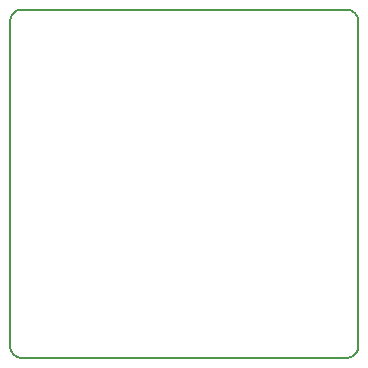
<source format=gm1>
G04 Layer_Color=16711935*
%FSAX25Y25*%
%MOIN*%
G70*
G01*
G75*
%ADD27C,0.00800*%
D27*
X0000200Y-0112505D02*
G03*
X0004137Y-0116442I0003937J0000000D01*
G01*
Y-0000300D02*
G03*
X0000200Y-0004237I0000000J-0003937D01*
G01*
X0116342D02*
G03*
X0112405Y-0000300I-0003937J0000000D01*
G01*
Y-0116442D02*
G03*
X0116342Y-0112505I0000000J0003937D01*
G01*
X0000200D02*
Y-0004237D01*
X0004137Y-0116442D02*
X0112405D01*
X0116342Y-0112505D02*
Y-0004237D01*
X0004137Y-0000300D02*
X0112405D01*
M02*

</source>
